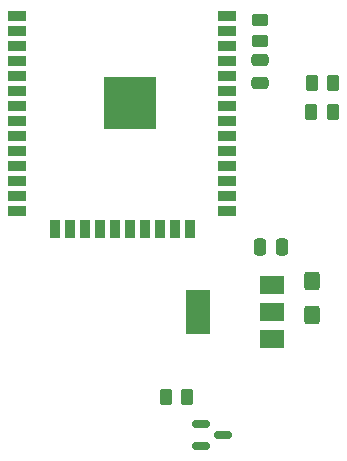
<source format=gbr>
%TF.GenerationSoftware,KiCad,Pcbnew,7.0.2*%
%TF.CreationDate,2023-04-22T16:52:06-03:00*%
%TF.ProjectId,PowerAndCommModule,506f7765-7241-46e6-9443-6f6d6d4d6f64,rev?*%
%TF.SameCoordinates,Original*%
%TF.FileFunction,Paste,Bot*%
%TF.FilePolarity,Positive*%
%FSLAX46Y46*%
G04 Gerber Fmt 4.6, Leading zero omitted, Abs format (unit mm)*
G04 Created by KiCad (PCBNEW 7.0.2) date 2023-04-22 16:52:06*
%MOMM*%
%LPD*%
G01*
G04 APERTURE LIST*
G04 Aperture macros list*
%AMRoundRect*
0 Rectangle with rounded corners*
0 $1 Rounding radius*
0 $2 $3 $4 $5 $6 $7 $8 $9 X,Y pos of 4 corners*
0 Add a 4 corners polygon primitive as box body*
4,1,4,$2,$3,$4,$5,$6,$7,$8,$9,$2,$3,0*
0 Add four circle primitives for the rounded corners*
1,1,$1+$1,$2,$3*
1,1,$1+$1,$4,$5*
1,1,$1+$1,$6,$7*
1,1,$1+$1,$8,$9*
0 Add four rect primitives between the rounded corners*
20,1,$1+$1,$2,$3,$4,$5,0*
20,1,$1+$1,$4,$5,$6,$7,0*
20,1,$1+$1,$6,$7,$8,$9,0*
20,1,$1+$1,$8,$9,$2,$3,0*%
G04 Aperture macros list end*
%ADD10RoundRect,0.150000X-0.587500X-0.150000X0.587500X-0.150000X0.587500X0.150000X-0.587500X0.150000X0*%
%ADD11RoundRect,0.250000X-0.262500X-0.450000X0.262500X-0.450000X0.262500X0.450000X-0.262500X0.450000X0*%
%ADD12R,2.000000X1.500000*%
%ADD13R,2.000000X3.800000*%
%ADD14RoundRect,0.250000X-0.475000X0.250000X-0.475000X-0.250000X0.475000X-0.250000X0.475000X0.250000X0*%
%ADD15RoundRect,0.250000X-0.450000X0.262500X-0.450000X-0.262500X0.450000X-0.262500X0.450000X0.262500X0*%
%ADD16RoundRect,0.250000X-0.250000X-0.475000X0.250000X-0.475000X0.250000X0.475000X-0.250000X0.475000X0*%
%ADD17RoundRect,0.250000X0.425000X-0.537500X0.425000X0.537500X-0.425000X0.537500X-0.425000X-0.537500X0*%
%ADD18R,1.500000X0.900000*%
%ADD19R,0.900000X1.500000*%
%ADD20R,4.500000X4.500000*%
G04 APERTURE END LIST*
D10*
%TO.C,Q1*%
X52015000Y-66200000D03*
X52015000Y-64300000D03*
X53890000Y-65250000D03*
%TD*%
D11*
%TO.C,R2*%
X49017500Y-61970000D03*
X50842500Y-61970000D03*
%TD*%
%TO.C,R3*%
X61297500Y-37880000D03*
X63122500Y-37880000D03*
%TD*%
D12*
%TO.C,U1*%
X58020000Y-52500000D03*
X58020000Y-54800000D03*
D13*
X51720000Y-54800000D03*
D12*
X58020000Y-57100000D03*
%TD*%
D14*
%TO.C,C3*%
X56950000Y-33500000D03*
X56950000Y-35400000D03*
%TD*%
D15*
%TO.C,R1*%
X56960000Y-30077500D03*
X56960000Y-31902500D03*
%TD*%
D16*
%TO.C,C2*%
X56980000Y-49290000D03*
X58880000Y-49290000D03*
%TD*%
D17*
%TO.C,C1*%
X61410000Y-55087500D03*
X61410000Y-52212500D03*
%TD*%
D11*
%TO.C,R4*%
X61347500Y-35390000D03*
X63172500Y-35390000D03*
%TD*%
D18*
%TO.C,U2*%
X54220000Y-29790000D03*
X54220000Y-31060000D03*
X54220000Y-32330000D03*
X54220000Y-33600000D03*
X54220000Y-34870000D03*
X54220000Y-36140000D03*
X54220000Y-37410000D03*
X54220000Y-38680000D03*
X54220000Y-39950000D03*
X54220000Y-41220000D03*
X54220000Y-42490000D03*
X54220000Y-43760000D03*
X54220000Y-45030000D03*
X54220000Y-46300000D03*
D19*
X51030000Y-47800000D03*
X49760000Y-47800000D03*
X48490000Y-47800000D03*
X47220000Y-47800000D03*
X45950000Y-47800000D03*
X44680000Y-47800000D03*
X43410000Y-47800000D03*
X42140000Y-47800000D03*
X40870000Y-47800000D03*
X39600000Y-47800000D03*
D18*
X36420000Y-46300000D03*
X36420000Y-45030000D03*
X36420000Y-43760000D03*
X36420000Y-42490000D03*
X36420000Y-41220000D03*
X36420000Y-39950000D03*
X36420000Y-38680000D03*
X36420000Y-37410000D03*
X36420000Y-36140000D03*
X36420000Y-34870000D03*
X36420000Y-33600000D03*
X36420000Y-32330000D03*
X36420000Y-31060000D03*
X36420000Y-29790000D03*
D20*
X46000000Y-37130000D03*
%TD*%
M02*

</source>
